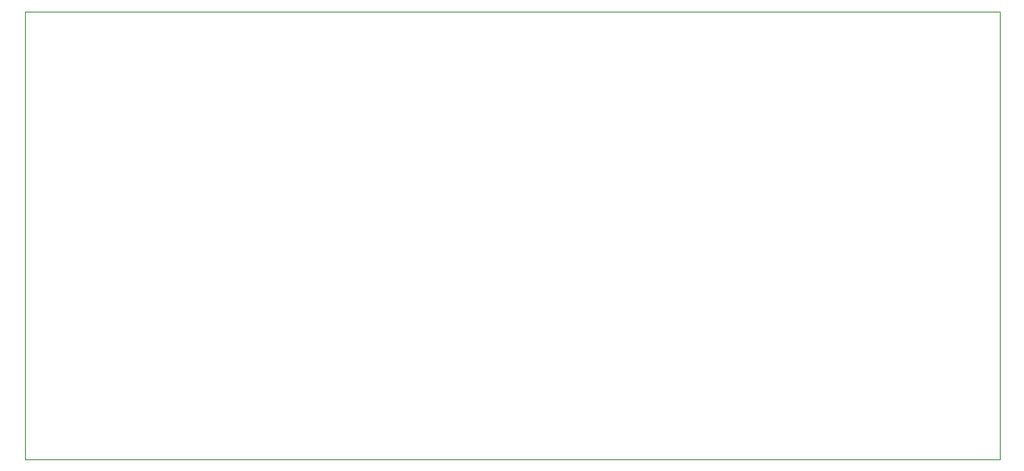
<source format=gbr>
G04 #@! TF.GenerationSoftware,KiCad,Pcbnew,8.0.2*
G04 #@! TF.CreationDate,2024-11-11T10:52:22+01:00*
G04 #@! TF.ProjectId,junior-internal-bus,6a756e69-6f72-42d6-996e-7465726e616c,rev?*
G04 #@! TF.SameCoordinates,Original*
G04 #@! TF.FileFunction,Profile,NP*
%FSLAX46Y46*%
G04 Gerber Fmt 4.6, Leading zero omitted, Abs format (unit mm)*
G04 Created by KiCad (PCBNEW 8.0.2) date 2024-11-11 10:52:22*
%MOMM*%
%LPD*%
G01*
G04 APERTURE LIST*
G04 #@! TA.AperFunction,Profile*
%ADD10C,0.050000*%
G04 #@! TD*
G04 APERTURE END LIST*
D10*
X81280000Y-105450000D02*
X81280000Y-59880000D01*
X180340000Y-105450000D02*
X81280000Y-105450000D01*
X81280000Y-59880000D02*
X180340000Y-59880000D01*
X180340000Y-59880000D02*
X180340000Y-105450000D01*
M02*

</source>
